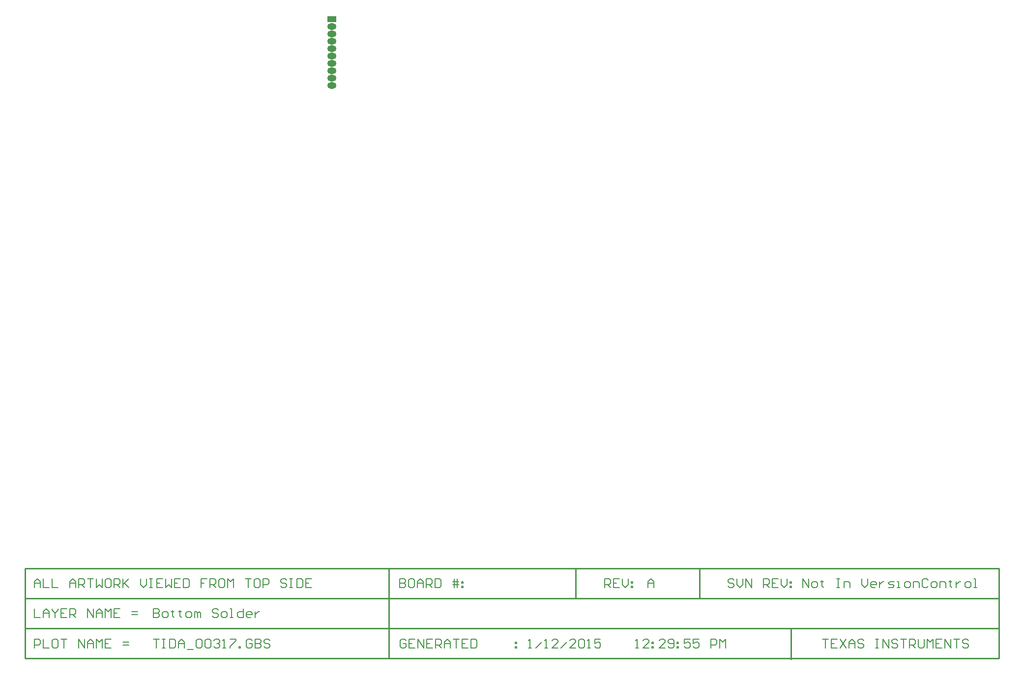
<source format=gbs>
%FSAX25Y25*%
%MOIN*%
G70*
G01*
G75*
G04 Layer_Color=16711935*
%ADD10C,0.00800*%
%ADD11C,0.01000*%
%ADD12R,0.05500X0.03800*%
%ADD13O,0.05500X0.03800*%
%ADD14C,0.02000*%
%ADD15C,0.01200*%
%ADD16R,0.39370X0.23622*%
%ADD17R,3.14961X0.23622*%
%ADD18C,0.02000*%
%ADD19R,4.01575X0.31496*%
%ADD20R,4.01575X0.31496*%
%ADD21C,0.00701*%
%ADD22C,0.00700*%
%ADD23R,0.06100X0.04400*%
%ADD24O,0.06100X0.04400*%
G54D10*
X0126900Y0073549D02*
Y0067551D01*
X0129899D01*
X0130899Y0068550D01*
Y0069550D01*
X0129899Y0070550D01*
X0126900D01*
X0129899D01*
X0130899Y0071549D01*
Y0072549D01*
X0129899Y0073549D01*
X0126900D01*
X0133898Y0067551D02*
X0135897D01*
X0136897Y0068550D01*
Y0070550D01*
X0135897Y0071549D01*
X0133898D01*
X0132898Y0070550D01*
Y0068550D01*
X0133898Y0067551D01*
X0139896Y0072549D02*
Y0071549D01*
X0138896D01*
X0140895D01*
X0139896D01*
Y0068550D01*
X0140895Y0067551D01*
X0144894Y0072549D02*
Y0071549D01*
X0143895D01*
X0145894D01*
X0144894D01*
Y0068550D01*
X0145894Y0067551D01*
X0149893D02*
X0151892D01*
X0152892Y0068550D01*
Y0070550D01*
X0151892Y0071549D01*
X0149893D01*
X0148893Y0070550D01*
Y0068550D01*
X0149893Y0067551D01*
X0154891D02*
Y0071549D01*
X0155891D01*
X0156890Y0070550D01*
Y0067551D01*
Y0070550D01*
X0157890Y0071549D01*
X0158890Y0070550D01*
Y0067551D01*
X0170886Y0072549D02*
X0169886Y0073549D01*
X0167887D01*
X0166887Y0072549D01*
Y0071549D01*
X0167887Y0070550D01*
X0169886D01*
X0170886Y0069550D01*
Y0068550D01*
X0169886Y0067551D01*
X0167887D01*
X0166887Y0068550D01*
X0173885Y0067551D02*
X0175884D01*
X0176884Y0068550D01*
Y0070550D01*
X0175884Y0071549D01*
X0173885D01*
X0172885Y0070550D01*
Y0068550D01*
X0173885Y0067551D01*
X0178883D02*
X0180883D01*
X0179883D01*
Y0073549D01*
X0178883D01*
X0187880D02*
Y0067551D01*
X0184881D01*
X0183882Y0068550D01*
Y0070550D01*
X0184881Y0071549D01*
X0187880D01*
X0192879Y0067551D02*
X0190879D01*
X0189880Y0068550D01*
Y0070550D01*
X0190879Y0071549D01*
X0192879D01*
X0193878Y0070550D01*
Y0069550D01*
X0189880D01*
X0195878Y0071549D02*
Y0067551D01*
Y0069550D01*
X0196877Y0070550D01*
X0197877Y0071549D01*
X0198877D01*
X0567400Y0087833D02*
Y0093831D01*
X0571399Y0087833D01*
Y0093831D01*
X0574398Y0087833D02*
X0576397D01*
X0577397Y0088833D01*
Y0090832D01*
X0576397Y0091832D01*
X0574398D01*
X0573398Y0090832D01*
Y0088833D01*
X0574398Y0087833D01*
X0580396Y0092832D02*
Y0091832D01*
X0579396D01*
X0581395D01*
X0580396D01*
Y0088833D01*
X0581395Y0087833D01*
X0590393Y0093831D02*
X0592392D01*
X0591392D01*
Y0087833D01*
X0590393D01*
X0592392D01*
X0595391D02*
Y0091832D01*
X0598390D01*
X0599390Y0090832D01*
Y0087833D01*
X0607387Y0093831D02*
Y0089833D01*
X0609386Y0087833D01*
X0611386Y0089833D01*
Y0093831D01*
X0616384Y0087833D02*
X0614385D01*
X0613385Y0088833D01*
Y0090832D01*
X0614385Y0091832D01*
X0616384D01*
X0617384Y0090832D01*
Y0089833D01*
X0613385D01*
X0619383Y0091832D02*
Y0087833D01*
Y0089833D01*
X0620383Y0090832D01*
X0621383Y0091832D01*
X0622382D01*
X0625381Y0087833D02*
X0628380D01*
X0629380Y0088833D01*
X0628380Y0089833D01*
X0626381D01*
X0625381Y0090832D01*
X0626381Y0091832D01*
X0629380D01*
X0631379Y0087833D02*
X0633379D01*
X0632379D01*
Y0091832D01*
X0631379D01*
X0637377Y0087833D02*
X0639377D01*
X0640376Y0088833D01*
Y0090832D01*
X0639377Y0091832D01*
X0637377D01*
X0636378Y0090832D01*
Y0088833D01*
X0637377Y0087833D01*
X0642376D02*
Y0091832D01*
X0645375D01*
X0646374Y0090832D01*
Y0087833D01*
X0652373Y0092832D02*
X0651373Y0093831D01*
X0649373D01*
X0648374Y0092832D01*
Y0088833D01*
X0649373Y0087833D01*
X0651373D01*
X0652373Y0088833D01*
X0655372Y0087833D02*
X0657371D01*
X0658371Y0088833D01*
Y0090832D01*
X0657371Y0091832D01*
X0655372D01*
X0654372Y0090832D01*
Y0088833D01*
X0655372Y0087833D01*
X0660370D02*
Y0091832D01*
X0663369D01*
X0664369Y0090832D01*
Y0087833D01*
X0667368Y0092832D02*
Y0091832D01*
X0666368D01*
X0668367D01*
X0667368D01*
Y0088833D01*
X0668367Y0087833D01*
X0671366Y0091832D02*
Y0087833D01*
Y0089833D01*
X0672366Y0090832D01*
X0673366Y0091832D01*
X0674365D01*
X0678364Y0087833D02*
X0680364D01*
X0681363Y0088833D01*
Y0090832D01*
X0680364Y0091832D01*
X0678364D01*
X0677364Y0090832D01*
Y0088833D01*
X0678364Y0087833D01*
X0683362D02*
X0685362D01*
X0684362D01*
Y0093831D01*
X0683362D01*
X0520799Y0092832D02*
X0519799Y0093831D01*
X0517800D01*
X0516800Y0092832D01*
Y0091832D01*
X0517800Y0090832D01*
X0519799D01*
X0520799Y0089833D01*
Y0088833D01*
X0519799Y0087833D01*
X0517800D01*
X0516800Y0088833D01*
X0522798Y0093831D02*
Y0089833D01*
X0524797Y0087833D01*
X0526797Y0089833D01*
Y0093831D01*
X0528796Y0087833D02*
Y0093831D01*
X0532795Y0087833D01*
Y0093831D01*
X0540792Y0087833D02*
Y0093831D01*
X0543791D01*
X0544791Y0092832D01*
Y0090832D01*
X0543791Y0089833D01*
X0540792D01*
X0542792D02*
X0544791Y0087833D01*
X0550789Y0093831D02*
X0546790D01*
Y0087833D01*
X0550789D01*
X0546790Y0090832D02*
X0548790D01*
X0552788Y0093831D02*
Y0089833D01*
X0554788Y0087833D01*
X0556787Y0089833D01*
Y0093831D01*
X0558786Y0091832D02*
X0559786D01*
Y0090832D01*
X0558786D01*
Y0091832D01*
Y0088833D02*
X0559786D01*
Y0087833D01*
X0558786D01*
Y0088833D01*
X0433000Y0087833D02*
Y0093831D01*
X0435999D01*
X0436999Y0092832D01*
Y0090832D01*
X0435999Y0089833D01*
X0433000D01*
X0434999D02*
X0436999Y0087833D01*
X0442997Y0093831D02*
X0438998D01*
Y0087833D01*
X0442997D01*
X0438998Y0090832D02*
X0440997D01*
X0444996Y0093831D02*
Y0089833D01*
X0446995Y0087833D01*
X0448995Y0089833D01*
Y0093831D01*
X0450994Y0091832D02*
X0451994D01*
Y0090832D01*
X0450994D01*
Y0091832D01*
Y0088833D02*
X0451994D01*
Y0087833D01*
X0450994D01*
Y0088833D01*
X0126900Y0052965D02*
X0130899D01*
X0128899D01*
Y0046966D01*
X0132898Y0052965D02*
X0134897D01*
X0133898D01*
Y0046966D01*
X0132898D01*
X0134897D01*
X0137896Y0052965D02*
Y0046966D01*
X0140895D01*
X0141895Y0047966D01*
Y0051965D01*
X0140895Y0052965D01*
X0137896D01*
X0143895Y0046966D02*
Y0050965D01*
X0145894Y0052965D01*
X0147893Y0050965D01*
Y0046966D01*
Y0049966D01*
X0143895D01*
X0149893Y0045967D02*
X0153891D01*
X0155891Y0051965D02*
X0156890Y0052965D01*
X0158890D01*
X0159889Y0051965D01*
Y0047966D01*
X0158890Y0046966D01*
X0156890D01*
X0155891Y0047966D01*
Y0051965D01*
X0161889D02*
X0162888Y0052965D01*
X0164888D01*
X0165887Y0051965D01*
Y0047966D01*
X0164888Y0046966D01*
X0162888D01*
X0161889Y0047966D01*
Y0051965D01*
X0167887D02*
X0168886Y0052965D01*
X0170886D01*
X0171885Y0051965D01*
Y0050965D01*
X0170886Y0049966D01*
X0169886D01*
X0170886D01*
X0171885Y0048966D01*
Y0047966D01*
X0170886Y0046966D01*
X0168886D01*
X0167887Y0047966D01*
X0173885Y0046966D02*
X0175884D01*
X0174884D01*
Y0052965D01*
X0173885Y0051965D01*
X0178883Y0052965D02*
X0182882D01*
Y0051965D01*
X0178883Y0047966D01*
Y0046966D01*
X0184881D02*
Y0047966D01*
X0185881D01*
Y0046966D01*
X0184881D01*
X0193878Y0051965D02*
X0192879Y0052965D01*
X0190879D01*
X0189880Y0051965D01*
Y0047966D01*
X0190879Y0046966D01*
X0192879D01*
X0193878Y0047966D01*
Y0049966D01*
X0191879D01*
X0195878Y0052965D02*
Y0046966D01*
X0198877D01*
X0199876Y0047966D01*
Y0048966D01*
X0198877Y0049966D01*
X0195878D01*
X0198877D01*
X0199876Y0050965D01*
Y0051965D01*
X0198877Y0052965D01*
X0195878D01*
X0205874Y0051965D02*
X0204875Y0052965D01*
X0202875D01*
X0201876Y0051965D01*
Y0050965D01*
X0202875Y0049966D01*
X0204875D01*
X0205874Y0048966D01*
Y0047966D01*
X0204875Y0046966D01*
X0202875D01*
X0201876Y0047966D01*
X0381150Y0046966D02*
X0383149D01*
X0382150D01*
Y0052965D01*
X0381150Y0051965D01*
X0386148Y0046966D02*
X0390147Y0050965D01*
X0392146Y0046966D02*
X0394146D01*
X0393146D01*
Y0052965D01*
X0392146Y0051965D01*
X0401144Y0046966D02*
X0397145D01*
X0401144Y0050965D01*
Y0051965D01*
X0400144Y0052965D01*
X0398145D01*
X0397145Y0051965D01*
X0403143Y0046966D02*
X0407142Y0050965D01*
X0413140Y0046966D02*
X0409141D01*
X0413140Y0050965D01*
Y0051965D01*
X0412140Y0052965D01*
X0410141D01*
X0409141Y0051965D01*
X0415139D02*
X0416139Y0052965D01*
X0418138D01*
X0419138Y0051965D01*
Y0047966D01*
X0418138Y0046966D01*
X0416139D01*
X0415139Y0047966D01*
Y0051965D01*
X0421137Y0046966D02*
X0423136D01*
X0422137D01*
Y0052965D01*
X0421137Y0051965D01*
X0430134Y0052965D02*
X0426135D01*
Y0049966D01*
X0428135Y0050965D01*
X0429135D01*
X0430134Y0049966D01*
Y0047966D01*
X0429135Y0046966D01*
X0427135D01*
X0426135Y0047966D01*
X0298199Y0051965D02*
X0297199Y0052965D01*
X0295200D01*
X0294200Y0051965D01*
Y0047966D01*
X0295200Y0046966D01*
X0297199D01*
X0298199Y0047966D01*
Y0049966D01*
X0296199D01*
X0304197Y0052965D02*
X0300198D01*
Y0046966D01*
X0304197D01*
X0300198Y0049966D02*
X0302197D01*
X0306196Y0046966D02*
Y0052965D01*
X0310195Y0046966D01*
Y0052965D01*
X0316193D02*
X0312194D01*
Y0046966D01*
X0316193D01*
X0312194Y0049966D02*
X0314194D01*
X0318192Y0046966D02*
Y0052965D01*
X0321191D01*
X0322191Y0051965D01*
Y0049966D01*
X0321191Y0048966D01*
X0318192D01*
X0320192D02*
X0322191Y0046966D01*
X0324190D02*
Y0050965D01*
X0326190Y0052965D01*
X0328189Y0050965D01*
Y0046966D01*
Y0049966D01*
X0324190D01*
X0330188Y0052965D02*
X0334187D01*
X0332188D01*
Y0046966D01*
X0340185Y0052965D02*
X0336186D01*
Y0046966D01*
X0340185D01*
X0336186Y0049966D02*
X0338186D01*
X0342184Y0052965D02*
Y0046966D01*
X0345183D01*
X0346183Y0047966D01*
Y0051965D01*
X0345183Y0052965D01*
X0342184D01*
X0372175Y0050965D02*
X0373175D01*
Y0049966D01*
X0372175D01*
Y0050965D01*
Y0047966D02*
X0373175D01*
Y0046966D01*
X0372175D01*
Y0047966D01*
X0046350Y0087833D02*
Y0091832D01*
X0048349Y0093831D01*
X0050349Y0091832D01*
Y0087833D01*
Y0090832D01*
X0046350D01*
X0052348Y0093831D02*
Y0087833D01*
X0056347D01*
X0058346Y0093831D02*
Y0087833D01*
X0062345D01*
X0070342D02*
Y0091832D01*
X0072342Y0093831D01*
X0074341Y0091832D01*
Y0087833D01*
Y0090832D01*
X0070342D01*
X0076340Y0087833D02*
Y0093831D01*
X0079339D01*
X0080339Y0092832D01*
Y0090832D01*
X0079339Y0089833D01*
X0076340D01*
X0078340D02*
X0080339Y0087833D01*
X0082338Y0093831D02*
X0086337D01*
X0084338D01*
Y0087833D01*
X0088336Y0093831D02*
Y0087833D01*
X0090336Y0089833D01*
X0092335Y0087833D01*
Y0093831D01*
X0097334D02*
X0095334D01*
X0094335Y0092832D01*
Y0088833D01*
X0095334Y0087833D01*
X0097334D01*
X0098333Y0088833D01*
Y0092832D01*
X0097334Y0093831D01*
X0100332Y0087833D02*
Y0093831D01*
X0103332D01*
X0104331Y0092832D01*
Y0090832D01*
X0103332Y0089833D01*
X0100332D01*
X0102332D02*
X0104331Y0087833D01*
X0106331Y0093831D02*
Y0087833D01*
Y0089833D01*
X0110329Y0093831D01*
X0107330Y0090832D01*
X0110329Y0087833D01*
X0118327Y0093831D02*
Y0089833D01*
X0120326Y0087833D01*
X0122325Y0089833D01*
Y0093831D01*
X0124325D02*
X0126324D01*
X0125324D01*
Y0087833D01*
X0124325D01*
X0126324D01*
X0133322Y0093831D02*
X0129323D01*
Y0087833D01*
X0133322D01*
X0129323Y0090832D02*
X0131323D01*
X0135321Y0093831D02*
Y0087833D01*
X0137321Y0089833D01*
X0139320Y0087833D01*
Y0093831D01*
X0145318D02*
X0141319D01*
Y0087833D01*
X0145318D01*
X0141319Y0090832D02*
X0143319D01*
X0147317Y0093831D02*
Y0087833D01*
X0150316D01*
X0151316Y0088833D01*
Y0092832D01*
X0150316Y0093831D01*
X0147317D01*
X0163312D02*
X0159313D01*
Y0090832D01*
X0161313D01*
X0159313D01*
Y0087833D01*
X0165312D02*
Y0093831D01*
X0168310D01*
X0169310Y0092832D01*
Y0090832D01*
X0168310Y0089833D01*
X0165312D01*
X0167311D02*
X0169310Y0087833D01*
X0174309Y0093831D02*
X0172309D01*
X0171310Y0092832D01*
Y0088833D01*
X0172309Y0087833D01*
X0174309D01*
X0175308Y0088833D01*
Y0092832D01*
X0174309Y0093831D01*
X0177308Y0087833D02*
Y0093831D01*
X0179307Y0091832D01*
X0181306Y0093831D01*
Y0087833D01*
X0189304Y0093831D02*
X0193303D01*
X0191303D01*
Y0087833D01*
X0198301Y0093831D02*
X0196301D01*
X0195302Y0092832D01*
Y0088833D01*
X0196301Y0087833D01*
X0198301D01*
X0199301Y0088833D01*
Y0092832D01*
X0198301Y0093831D01*
X0201300Y0087833D02*
Y0093831D01*
X0204299D01*
X0205299Y0092832D01*
Y0090832D01*
X0204299Y0089833D01*
X0201300D01*
X0217295Y0092832D02*
X0216295Y0093831D01*
X0214296D01*
X0213296Y0092832D01*
Y0091832D01*
X0214296Y0090832D01*
X0216295D01*
X0217295Y0089833D01*
Y0088833D01*
X0216295Y0087833D01*
X0214296D01*
X0213296Y0088833D01*
X0219294Y0093831D02*
X0221293D01*
X0220294D01*
Y0087833D01*
X0219294D01*
X0221293D01*
X0224292Y0093831D02*
Y0087833D01*
X0227291D01*
X0228291Y0088833D01*
Y0092832D01*
X0227291Y0093831D01*
X0224292D01*
X0234289D02*
X0230291D01*
Y0087833D01*
X0234289D01*
X0230291Y0090832D02*
X0232290D01*
X0462150Y0087833D02*
Y0091832D01*
X0464149Y0093831D01*
X0466149Y0091832D01*
Y0087833D01*
Y0090832D01*
X0462150D01*
X0294000Y0093831D02*
Y0087833D01*
X0296999D01*
X0297999Y0088833D01*
Y0089833D01*
X0296999Y0090832D01*
X0294000D01*
X0296999D01*
X0297999Y0091832D01*
Y0092832D01*
X0296999Y0093831D01*
X0294000D01*
X0302997D02*
X0300998D01*
X0299998Y0092832D01*
Y0088833D01*
X0300998Y0087833D01*
X0302997D01*
X0303997Y0088833D01*
Y0092832D01*
X0302997Y0093831D01*
X0305996Y0087833D02*
Y0091832D01*
X0307996Y0093831D01*
X0309995Y0091832D01*
Y0087833D01*
Y0090832D01*
X0305996D01*
X0311994Y0087833D02*
Y0093831D01*
X0314993D01*
X0315993Y0092832D01*
Y0090832D01*
X0314993Y0089833D01*
X0311994D01*
X0313994D02*
X0315993Y0087833D01*
X0317992Y0093831D02*
Y0087833D01*
X0320991D01*
X0321991Y0088833D01*
Y0092832D01*
X0320991Y0093831D01*
X0317992D01*
X0330988Y0087833D02*
Y0093831D01*
X0332987D02*
Y0087833D01*
X0329988Y0091832D02*
X0332987D01*
X0333987D01*
X0329988Y0089833D02*
X0333987D01*
X0335986Y0091832D02*
X0336986D01*
Y0090832D01*
X0335986D01*
Y0091832D01*
Y0088833D02*
X0336986D01*
Y0087833D01*
X0335986D01*
Y0088833D01*
X0046350Y0073549D02*
Y0067551D01*
X0050349D01*
X0052348D02*
Y0071549D01*
X0054347Y0073549D01*
X0056347Y0071549D01*
Y0067551D01*
Y0070550D01*
X0052348D01*
X0058346Y0073549D02*
Y0072549D01*
X0060346Y0070550D01*
X0062345Y0072549D01*
Y0073549D01*
X0060346Y0070550D02*
Y0067551D01*
X0068343Y0073549D02*
X0064344D01*
Y0067551D01*
X0068343D01*
X0064344Y0070550D02*
X0066343D01*
X0070342Y0067551D02*
Y0073549D01*
X0073341D01*
X0074341Y0072549D01*
Y0070550D01*
X0073341Y0069550D01*
X0070342D01*
X0072342D02*
X0074341Y0067551D01*
X0082338D02*
Y0073549D01*
X0086337Y0067551D01*
Y0073549D01*
X0088336Y0067551D02*
Y0071549D01*
X0090336Y0073549D01*
X0092335Y0071549D01*
Y0067551D01*
Y0070550D01*
X0088336D01*
X0094335Y0067551D02*
Y0073549D01*
X0096334Y0071549D01*
X0098333Y0073549D01*
Y0067551D01*
X0104331Y0073549D02*
X0100332D01*
Y0067551D01*
X0104331D01*
X0100332Y0070550D02*
X0102332D01*
X0112329Y0069550D02*
X0116327D01*
X0112329Y0071549D02*
X0116327D01*
X0046350Y0046966D02*
Y0052965D01*
X0049349D01*
X0050349Y0051965D01*
Y0049966D01*
X0049349Y0048966D01*
X0046350D01*
X0052348Y0052965D02*
Y0046966D01*
X0056347D01*
X0061345Y0052965D02*
X0059346D01*
X0058346Y0051965D01*
Y0047966D01*
X0059346Y0046966D01*
X0061345D01*
X0062345Y0047966D01*
Y0051965D01*
X0061345Y0052965D01*
X0064344D02*
X0068343D01*
X0066343D01*
Y0046966D01*
X0076340D02*
Y0052965D01*
X0080339Y0046966D01*
Y0052965D01*
X0082338Y0046966D02*
Y0050965D01*
X0084338Y0052965D01*
X0086337Y0050965D01*
Y0046966D01*
Y0049966D01*
X0082338D01*
X0088336Y0046966D02*
Y0052965D01*
X0090336Y0050965D01*
X0092335Y0052965D01*
Y0046966D01*
X0098333Y0052965D02*
X0094335D01*
Y0046966D01*
X0098333D01*
X0094335Y0049966D02*
X0096334D01*
X0106331Y0048966D02*
X0110329D01*
X0106331Y0050965D02*
X0110329D01*
X0454050Y0046966D02*
X0456049D01*
X0455050D01*
Y0052965D01*
X0454050Y0051965D01*
X0463047Y0046966D02*
X0459048D01*
X0463047Y0050965D01*
Y0051965D01*
X0462047Y0052965D01*
X0460048D01*
X0459048Y0051965D01*
X0465046Y0050965D02*
X0466046D01*
Y0049966D01*
X0465046D01*
Y0050965D01*
Y0047966D02*
X0466046D01*
Y0046966D01*
X0465046D01*
Y0047966D01*
X0474044Y0046966D02*
X0470045D01*
X0474044Y0050965D01*
Y0051965D01*
X0473044Y0052965D01*
X0471044D01*
X0470045Y0051965D01*
X0476043Y0047966D02*
X0477043Y0046966D01*
X0479042D01*
X0480042Y0047966D01*
Y0051965D01*
X0479042Y0052965D01*
X0477043D01*
X0476043Y0051965D01*
Y0050965D01*
X0477043Y0049966D01*
X0480042D01*
X0482041Y0050965D02*
X0483041D01*
Y0049966D01*
X0482041D01*
Y0050965D01*
Y0047966D02*
X0483041D01*
Y0046966D01*
X0482041D01*
Y0047966D01*
X0491038Y0052965D02*
X0487039D01*
Y0049966D01*
X0489039Y0050965D01*
X0490038D01*
X0491038Y0049966D01*
Y0047966D01*
X0490038Y0046966D01*
X0488039D01*
X0487039Y0047966D01*
X0497036Y0052965D02*
X0493037D01*
Y0049966D01*
X0495037Y0050965D01*
X0496036D01*
X0497036Y0049966D01*
Y0047966D01*
X0496036Y0046966D01*
X0494037D01*
X0493037Y0047966D01*
X0505033Y0046966D02*
Y0052965D01*
X0508033D01*
X0509032Y0051965D01*
Y0049966D01*
X0508033Y0048966D01*
X0505033D01*
X0511032Y0046966D02*
Y0052965D01*
X0513031Y0050965D01*
X0515030Y0052965D01*
Y0046966D01*
X0580500Y0052965D02*
X0584499D01*
X0582499D01*
Y0046966D01*
X0590497Y0052965D02*
X0586498D01*
Y0046966D01*
X0590497D01*
X0586498Y0049966D02*
X0588497D01*
X0592496Y0052965D02*
X0596495Y0046966D01*
Y0052965D02*
X0592496Y0046966D01*
X0598494D02*
Y0050965D01*
X0600493Y0052965D01*
X0602493Y0050965D01*
Y0046966D01*
Y0049966D01*
X0598494D01*
X0608491Y0051965D02*
X0607491Y0052965D01*
X0605492D01*
X0604492Y0051965D01*
Y0050965D01*
X0605492Y0049966D01*
X0607491D01*
X0608491Y0048966D01*
Y0047966D01*
X0607491Y0046966D01*
X0605492D01*
X0604492Y0047966D01*
X0616488Y0052965D02*
X0618488D01*
X0617488D01*
Y0046966D01*
X0616488D01*
X0618488D01*
X0621487D02*
Y0052965D01*
X0625486Y0046966D01*
Y0052965D01*
X0631484Y0051965D02*
X0630484Y0052965D01*
X0628484D01*
X0627485Y0051965D01*
Y0050965D01*
X0628484Y0049966D01*
X0630484D01*
X0631484Y0048966D01*
Y0047966D01*
X0630484Y0046966D01*
X0628484D01*
X0627485Y0047966D01*
X0633483Y0052965D02*
X0637482D01*
X0635482D01*
Y0046966D01*
X0639481D02*
Y0052965D01*
X0642480D01*
X0643480Y0051965D01*
Y0049966D01*
X0642480Y0048966D01*
X0639481D01*
X0641480D02*
X0643480Y0046966D01*
X0645479Y0052965D02*
Y0047966D01*
X0646479Y0046966D01*
X0648478D01*
X0649478Y0047966D01*
Y0052965D01*
X0651477Y0046966D02*
Y0052965D01*
X0653476Y0050965D01*
X0655476Y0052965D01*
Y0046966D01*
X0661474Y0052965D02*
X0657475D01*
Y0046966D01*
X0661474D01*
X0657475Y0049966D02*
X0659474D01*
X0663473Y0046966D02*
Y0052965D01*
X0667472Y0046966D01*
Y0052965D01*
X0669471D02*
X0673470D01*
X0671471D01*
Y0046966D01*
X0679468Y0051965D02*
X0678468Y0052965D01*
X0676469D01*
X0675469Y0051965D01*
Y0050965D01*
X0676469Y0049966D01*
X0678468D01*
X0679468Y0048966D01*
Y0047966D01*
X0678468Y0046966D01*
X0676469D01*
X0675469Y0047966D01*
G54D11*
X0497200Y0080717D02*
Y0101050D01*
X0413200Y0080717D02*
Y0101050D01*
X0040000Y0080717D02*
X0700200D01*
X0040000Y0060383D02*
X0700000D01*
X0040000Y0040050D02*
X0440500D01*
X0040050Y0101050D02*
X0700200D01*
X0040050Y0040050D02*
Y0101050D01*
Y0040050D02*
X0197600D01*
X0040000D02*
Y0101050D01*
X0286500Y0040050D02*
Y0101050D01*
X0700200Y0040050D02*
Y0101050D01*
X0440500Y0040050D02*
X0700200D01*
X0559400Y0039400D02*
Y0059683D01*
G54D23*
X0247838Y0473677D02*
D03*
G54D24*
Y0468677D02*
D03*
Y0463677D02*
D03*
Y0458677D02*
D03*
Y0453677D02*
D03*
Y0448677D02*
D03*
Y0443677D02*
D03*
Y0438677D02*
D03*
Y0433677D02*
D03*
Y0428677D02*
D03*
M02*

</source>
